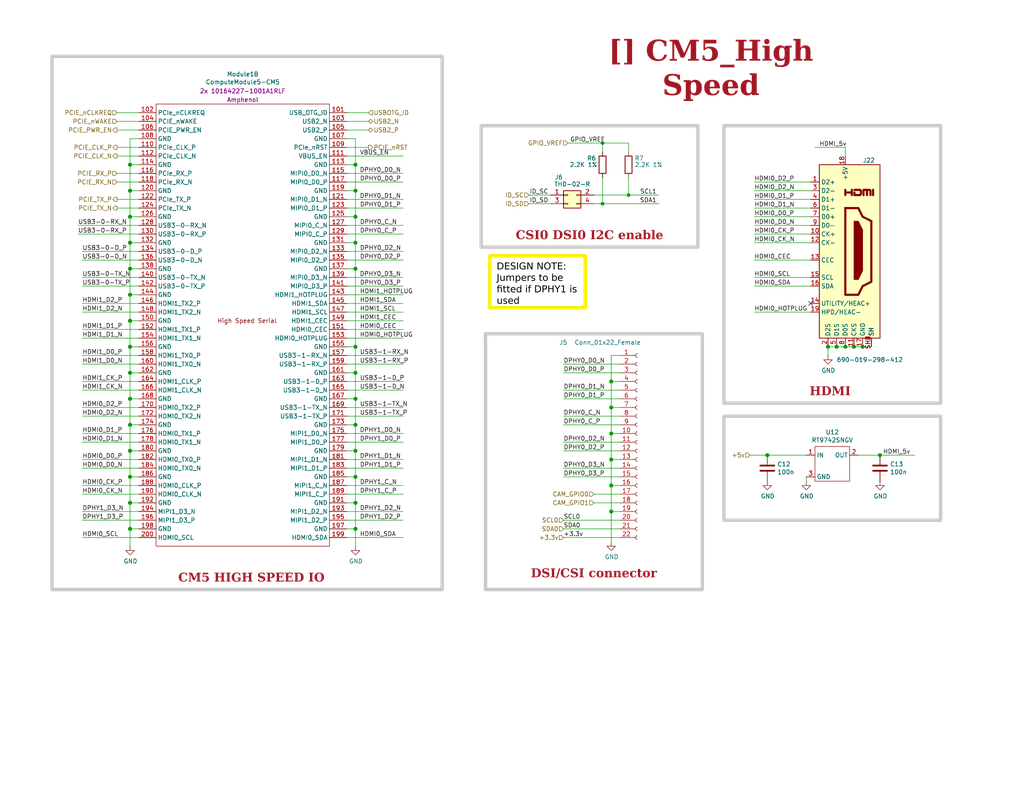
<source format=kicad_sch>
(kicad_sch (version 20250114) (generator "eeschema") (generator_version "9.0")
  (paper "User" 300 230)
  (title_block (title "Sheet Title A") (date "Last Modified Date") (rev "${REVISION}") (company "${COMPANY}"))
  (lib_symbols
    (symbol "CM5IO:ComputeModule5-CM5"
      (property "Reference" "Module" (at 113.03 -68.58 0))
      (property "Value" "ComputeModule5-CM5" (at 140.97 2.54 0))
      (property "Field4" "Amphenol" (at 0 0 0))
      (property "Field5" "2x 10164227-1001A1RLF" (at 0 -2.54 0))
      (symbol "ComputeModule5-CM5_1_0"
        (text "GPIO" (at 0 6.35 0) (effects (font (size 1.27 1.27))))
      )
      (symbol "ComputeModule5-CM5_1_1"
        (text "600mA Max" (at -8.89 -48.26 0) (effects (font (size 1.27 1.27))))
        (text "600mA Max" (at -8.89 -53.34 0) (effects (font (size 1.27 1.27))))
        (text "NB SD signals are only available" (at -1.27 -27.94 0) (effects (font (size 1.27 1.27))))
        (text "on modules without eMMC" (at -1.27 -30.48 0) (effects (font (size 1.27 1.27))))
        (pin power_in line (at -33.02 55.88 0) (length 2.54) (name "GND") (number "2"))
        (pin passive line (at -33.02 53.34 0) (length 2.54) (name "Ethernet_Pair1_P") (number "4"))
        (pin passive line (at -33.02 50.8 0) (length 2.54) (name "Ethernet_Pair1_N") (number "6"))
        (pin power_in line (at -33.02 48.26 0) (length 2.54) (name "GND") (number "8"))
        (pin passive line (at -33.02 45.72 0) (length 2.54) (name "Ethernet_Pair0_N") (number "10"))
        (pin passive line (at -33.02 43.18 0) (length 2.54) (name "Ethernet_Pair0_P") (number "12"))
        (pin power_in line (at -33.02 40.64 0) (length 2.54) (name "GND") (number "14"))
        (pin input line (at -33.02 38.1 0) (length 2.54) (name "FAN_TACHO") (number "16"))
        (pin input line (at -33.02 35.56 0) (length 2.54) (name "Ethernet_SYNC_OUT(3.3v)") (number "18"))
        (pin passive line (at -33.02 33.02 0) (length 2.54) (name "EEPROM_nWP") (number "20"))
        (pin power_in line (at -33.02 30.48 0) (length 2.54) (name "GND") (number "22"))
        (pin passive line (at -33.02 27.94 0) (length 2.54) (name "GPIO26") (number "24"))
        (pin passive line (at -33.02 25.4 0) (length 2.54) (name "GPIO19") (number "26"))
        (pin passive line (at -33.02 22.86 0) (length 2.54) (name "GPIO13") (number "28"))
        (pin passive line (at -33.02 20.32 0) (length 2.54) (name "GPIO6") (number "30"))
        (pin power_in line (at -33.02 17.78 0) (length 2.54) (name "GND") (number "32"))
        (pin passive line (at -33.02 15.24 0) (length 2.54) (name "GPIO5") (number "34"))
        (pin passive line (at -33.02 12.7 0) (length 2.54) (name "ID_SD") (number "36"))
        (pin passive line (at -33.02 10.16 0) (length 2.54) (name "GPIO11") (number "38"))
        (pin passive line (at -33.02 7.62 0) (length 2.54) (name "GPIO9") (number "40"))
        (pin power_in line (at -33.02 5.08 0) (length 2.54) (name "GND") (number "42"))
        (pin passive line (at -33.02 2.54 0) (length 2.54) (name "GPIO10") (number "44"))
        (pin passive line (at -33.02 0 0) (length 2.54) (name "GPIO22") (number "46"))
        (pin passive line (at -33.02 -2.54 0) (length 2.54) (name "GPIO27") (number "48"))
        (pin passive line (at -33.02 -5.08 0) (length 2.54) (name "GPIO17") (number "50"))
        (pin power_in line (at -33.02 -7.62 0) (length 2.54) (name "GND") (number "52"))
        (pin passive line (at -33.02 -10.16 0) (length 2.54) (name "GPIO4") (number "54"))
        (pin passive line (at -33.02 -12.7 0) (length 2.54) (name "GPIO3") (number "56"))
        (pin passive line (at -33.02 -15.24 0) (length 2.54) (name "GPIO2") (number "58"))
        (pin power_in line (at -33.02 -17.78 0) (length 2.54) (name "GND") (number "60"))
        (pin passive line (at -33.02 -20.32 0) (length 2.54) (name "SD_CMD") (number "62"))
        (pin passive line (at -33.02 -22.86 0) (length 2.54) (name "SD_DAT5") (number "64"))
        (pin power_in line (at -33.02 -25.4 0) (length 2.54) (name "GND") (number "66"))
        (pin passive line (at -33.02 -27.94 0) (length 2.54) (name "SD_DAT4") (number "68"))
        (pin passive line (at -33.02 -30.48 0) (length 2.54) (name "SD_DAT7") (number "70"))
        (pin passive line (at -33.02 -33.02 0) (length 2.54) (name "SD_DAT6") (number "72"))
        (pin power_in line (at -33.02 -35.56 0) (length 2.54) (name "GND") (number "74"))
        (pin passive line (at -33.02 -38.1 0) (length 2.54) (name "VBAT") (number "76"))
        (pin power_in line (at -33.02 -40.64 0) (length 2.54) (name "GPIO_VREF(1.8v/3.3v_Input)") (number "78"))
        (pin passive line (at -33.02 -43.18 0) (length 2.54) (name "SCL0") (number "80"))
        (pin passive line (at -33.02 -45.72 0) (length 2.54) (name "SDA0") (number "82"))
        (pin power_out line (at -33.02 -48.26 0) (length 2.54) (name "+3.3v_(Output)") (number "84"))
        (pin passive line (at -33.02 -50.8 0) (length 2.54) (name "+3.3v_(Output)") (number "86"))
        (pin power_out line (at -33.02 -53.34 0) (length 2.54) (name "+1.8v_(Output)") (number "88"))
        (pin passive line (at -33.02 -55.88 0) (length 2.54) (name "+1.8v_(Output)") (number "90"))
        (pin passive line (at -33.02 -58.42 0) (length 2.54) (name "PWR_BUT") (number "92"))
        (pin passive line (at -33.02 -60.96 0) (length 2.54) (name "CC1") (number "94"))
        (pin passive line (at -33.02 -63.5 0) (length 2.54) (name "CC2") (number "96"))
        (pin power_in line (at -33.02 -66.04 0) (length 2.54) (name "GND") (number "98"))
        (pin passive line (at -33.02 -68.58 0) (length 2.54) (name "CAM_GPIO1") (number "100"))
        (pin power_in line (at 27.94 55.88 180) (length 2.54) (name "GND") (number "1"))
        (pin passive line (at 27.94 53.34 180) (length 2.54) (name "Ethernet_Pair3_P") (number "3"))
        (pin passive line (at 27.94 50.8 180) (length 2.54) (name "Ethernet_Pair3_N") (number "5"))
        (pin power_in line (at 27.94 48.26 180) (length 2.54) (name "GND") (number "7"))
        (pin passive line (at 27.94 45.72 180) (length 2.54) (name "Ethernet_Pair2_N") (number "9"))
        (pin passive line (at 27.94 43.18 180) (length 2.54) (name "Ethernet_Pair2_P") (number "11"))
        (pin power_in line (at 27.94 40.64 180) (length 2.54) (name "GND") (number "13"))
        (pin output line (at 27.94 38.1 180) (length 2.54) (name "Ethernet_nLED3(3.3v)") (number "15"))
        (pin output line (at 27.94 35.56 180) (length 2.54) (name "Ethernet_nLED2(3.3v)") (number "17"))
        (pin output line (at 27.94 33.02 180) (length 2.54) (name "FAN_PWM") (number "19"))
        (pin open_collector line (at 27.94 30.48 180) (length 2.54) (name "LED_nACT") (number "21"))
        (pin power_in line (at 27.94 27.94 180) (length 2.54) (name "GND") (number "23"))
        (pin passive line (at 27.94 25.4 180) (length 2.54) (name "GPIO21") (number "25"))
        (pin passive line (at 27.94 22.86 180) (length 2.54) (name "GPIO20") (number "27"))
        (pin passive line (at 27.94 20.32 180) (length 2.54) (name "GPIO16") (number "29"))
        (pin passive line (at 27.94 17.78 180) (length 2.54) (name "GPIO12") (number "31"))
        (pin power_in line (at 27.94 15.24 180) (length 2.54) (name "GND") (number "33"))
        (pin passive line (at 27.94 12.7 180) (length 2.54) (name "ID_SC") (number "35"))
        (pin passive line (at 27.94 10.16 180) (length 2.54) (name "GPIO7") (number "37"))
        (pin passive line (at 27.94 7.62 180) (length 2.54) (name "GPIO8") (number "39"))
        (pin passive line (at 27.94 5.08 180) (length 2.54) (name "GPIO25") (number "41"))
        (pin power_in line (at 27.94 2.54 180) (length 2.54) (name "GND") (number "43"))
        (pin passive line (at 27.94 0 180) (length 2.54) (name "GPIO24") (number "45"))
        (pin passive line (at 27.94 -2.54 180) (length 2.54) (name "GPIO23") (number "47"))
        (pin passive line (at 27.94 -5.08 180) (length 2.54) (name "GPIO18") (number "49"))
        (pin passive line (at 27.94 -7.62 180) (length 2.54) (name "GPIO15") (number "51"))
        (pin power_in line (at 27.94 -10.16 180) (length 2.54) (name "GND") (number "53"))
        (pin passive line (at 27.94 -12.7 180) (length 2.54) (name "GPIO14") (number "55"))
        (pin passive line (at 27.94 -15.24 180) (length 2.54) (name "SD_CLK") (number "57"))
        (pin power_in line (at 27.94 -17.78 180) (length 2.54) (name "GND") (number "59"))
        (pin passive line (at 27.94 -20.32 180) (length 2.54) (name "SD_DAT3") (number "61"))
        (pin passive line (at 27.94 -22.86 180) (length 2.54) (name "SD_DAT0") (number "63"))
        (pin power_in line (at 27.94 -25.4 180) (length 2.54) (name "GND") (number "65"))
        (pin passive line (at 27.94 -27.94 180) (length 2.54) (name "SD_DAT1") (number "67"))
        (pin passive line (at 27.94 -30.48 180) (length 2.54) (name "SD_DAT2") (number "69"))
        (pin power_in line (at 27.94 -33.02 180) (length 2.54) (name "GND") (number "71"))
        (pin input line (at 27.94 -35.56 180) (length 2.54) (name "SD_VDD_Override") (number "73"))
        (pin output line (at 27.94 -38.1 180) (length 2.54) (name "SD_PWR_ON") (number "75"))
        (pin power_in line (at 27.94 -40.64 180) (length 2.54) (name "+5v_(Input)") (number "77"))
        (pin power_in line (at 27.94 -43.18 180) (length 2.54) (name "+5v_(Input)") (number "79"))
        (pin power_in line (at 27.94 -45.72 180) (length 2.54) (name "+5v_(Input)") (number "81"))
        (pin power_in line (at 27.94 -48.26 180) (length 2.54) (name "+5v_(Input)") (number "83"))
        (pin power_in line (at 27.94 -50.8 180) (length 2.54) (name "+5v_(Input)") (number "85"))
        (pin power_in line (at 27.94 -53.34 180) (length 2.54) (name "+5v_(Input)") (number "87"))
        (pin input line (at 27.94 -55.88 180) (length 2.54) (name "WiFi_nDisable") (number "89"))
        (pin input line (at 27.94 -58.42 180) (length 2.54) (name "BT_nDisable") (number "91"))
        (pin input line (at 27.94 -60.96 180) (length 2.54) (name "nRPIBOOT") (number "93"))
        (pin output line (at 27.94 -63.5 180) (length 2.54) (name "LED_nPWR") (number "95"))
        (pin passive line (at 27.94 -66.04 180) (length 2.54) (name "CAM_GPIO0") (number "97"))
        (pin input line (at 27.94 -68.58 180) (length 2.54) (name "PMIC_ENABLE") (number "99"))
      )
      (symbol "ComputeModule5-CM5_2_1"
        (text "High Speed Serial" (at 140.97 0 0) (effects (font (size 1.27 1.27))))
        (pin input line (at 109.22 60.96 0) (length 5.08) (name "PCIe_nCLKREQ") (number "102"))
        (pin input line (at 109.22 58.42 0) (length 5.08) (name "PCIE_nWAKE") (number "104"))
        (pin output line (at 109.22 55.88 0) (length 5.08) (name "PCIE_PWR_EN") (number "106"))
        (pin power_in line (at 109.22 53.34 0) (length 5.08) (name "GND") (number "108"))
        (pin output line (at 109.22 50.8 0) (length 5.08) (name "PCIe_CLK_P") (number "110"))
        (pin output line (at 109.22 48.26 0) (length 5.08) (name "PCIe_CLK_N") (number "112"))
        (pin power_in line (at 109.22 45.72 0) (length 5.08) (name "GND") (number "114"))
        (pin input line (at 109.22 43.18 0) (length 5.08) (name "PCIe_RX_P") (number "116"))
        (pin input line (at 109.22 40.64 0) (length 5.08) (name "PCIe_RX_N") (number "118"))
        (pin power_in line (at 109.22 38.1 0) (length 5.08) (name "GND") (number "120"))
        (pin output line (at 109.22 35.56 0) (length 5.08) (name "PCIe_TX_P") (number "122"))
        (pin output line (at 109.22 33.02 0) (length 5.08) (name "PCIe_TX_N") (number "124"))
        (pin power_in line (at 109.22 30.48 0) (length 5.08) (name "GND") (number "126"))
        (pin input line (at 109.22 27.94 0) (length 5.08) (name "USB3-0-RX_N") (number "128"))
        (pin input line (at 109.22 25.4 0) (length 5.08) (name "USB3-0-RX_P") (number "130"))
        (pin power_in line (at 109.22 22.86 0) (length 5.08) (name "GND") (number "132"))
        (pin passive line (at 109.22 20.32 0) (length 5.08) (name "USB3-0-D_P") (number "134"))
        (pin passive line (at 109.22 17.78 0) (length 5.08) (name "USB3-0-D_N") (number "136"))
        (pin power_in line (at 109.22 15.24 0) (length 5.08) (name "GND") (number "138"))
        (pin output line (at 109.22 12.7 0) (length 5.08) (name "USB3-0-TX_N") (number "140"))
        (pin output line (at 109.22 10.16 0) (length 5.08) (name "USB3-0-TX_P") (number "142"))
        (pin power_in line (at 109.22 7.62 0) (length 5.08) (name "GND") (number "144"))
        (pin output line (at 109.22 5.08 0) (length 5.08) (name "HDMI1_TX2_P") (number "146"))
        (pin output line (at 109.22 2.54 0) (length 5.08) (name "HDMI1_TX2_N") (number "148"))
        (pin power_in line (at 109.22 0 0) (length 5.08) (name "GND") (number "150"))
        (pin output line (at 109.22 -2.54 0) (length 5.08) (name "HDMI1_TX1_P") (number "152"))
        (pin output line (at 109.22 -5.08 0) (length 5.08) (name "HDMI1_TX1_N") (number "154"))
        (pin power_in line (at 109.22 -7.62 0) (length 5.08) (name "GND") (number "156"))
        (pin output line (at 109.22 -10.16 0) (length 5.08) (name "HDMI1_TX0_P") (number "158"))
        (pin output line (at 109.22 -12.7 0) (length 5.08) (name "HDMI1_TX0_N") (number "160"))
        (pin power_in line (at 109.22 -15.24 0) (length 5.08) (name "GND") (number "162"))
        (pin output line (at 109.22 -17.78 0) (length 5.08) (name "HDMI1_CLK_P") (number "164"))
        (pin output line (at 109.22 -20.32 0) (length 5.08) (name "HDMI1_CLK_N") (number "166"))
        (pin power_in line (at 109.22 -22.86 0) (length 5.08) (name "GND") (number "168"))
        (pin output line (at 109.22 -25.4 0) (length 5.08) (name "HDMI0_TX2_P") (number "170"))
        (pin output line (at 109.22 -27.94 0) (length 5.08) (name "HDMI0_TX2_N") (number "172"))
        (pin power_in line (at 109.22 -30.48 0) (length 5.08) (name "GND") (number "174"))
        (pin output line (at 109.22 -33.02 0) (length 5.08) (name "HDMI0_TX1_P") (number "176"))
        (pin output line (at 109.22 -35.56 0) (length 5.08) (name "HDMI0_TX1_N") (number "178"))
        (pin power_in line (at 109.22 -38.1 0) (length 5.08) (name "GND") (number "180"))
        (pin output line (at 109.22 -40.64 0) (length 5.08) (name "HDMI0_TX0_P") (number "182"))
        (pin output line (at 109.22 -43.18 0) (length 5.08) (name "HDMI0_TX0_N") (number "184"))
        (pin power_in line (at 109.22 -45.72 0) (length 5.08) (name "GND") (number "186"))
        (pin output line (at 109.22 -48.26 0) (length 5.08) (name "HDMI0_CLK_P") (number "188"))
        (pin output line (at 109.22 -50.8 0) (length 5.08) (name "HDMI0_CLK_N") (number "190"))
        (pin power_in line (at 109.22 -53.34 0) (length 5.08) (name "GND") (number "192"))
        (pin output line (at 109.22 -55.88 0) (length 5.08) (name "MIPI1_D3_N") (number "194"))
        (pin output line (at 109.22 -58.42 0) (length 5.08) (name "MIPI1_D3_P") (number "196"))
        (pin power_in line (at 109.22 -60.96 0) (length 5.08) (name "GND") (number "198"))
        (pin open_collector line (at 109.22 -63.5 0) (length 5.08) (name "HDMI0_SCL") (number "200"))
        (pin input line (at 170.18 60.96 180) (length 5.08) (name "USB_OTG_ID") (number "101"))
        (pin passive line (at 170.18 58.42 180) (length 5.08) (name "USB2_N") (number "103"))
        (pin passive line (at 170.18 55.88 180) (length 5.08) (name "USB2_P") (number "105"))
        (pin power_in line (at 170.18 53.34 180) (length 5.08) (name "GND") (number "107"))
        (pin output line (at 170.18 50.8 180) (length 5.08) (name "PCIe_nRST") (number "109"))
        (pin output line (at 170.18 48.26 180) (length 5.08) (name "VBUS_EN") (number "111"))
        (pin power_in line (at 170.18 45.72 180) (length 5.08) (name "GND") (number "113"))
        (pin input line (at 170.18 43.18 180) (length 5.08) (name "MIPI0_D0_N") (number "115"))
        (pin input line (at 170.18 40.64 180) (length 5.08) (name "MIPI0_D0_P") (number "117"))
        (pin power_in line (at 170.18 38.1 180) (length 5.08) (name "GND") (number "119"))
        (pin input line (at 170.18 35.56 180) (length 5.08) (name "MIPI0_D1_N") (number "121"))
        (pin input line (at 170.18 33.02 180) (length 5.08) (name "MIPI0_D1_P") (number "123"))
        (pin power_in line (at 170.18 30.48 180) (length 5.08) (name "GND") (number "125"))
        (pin input line (at 170.18 27.94 180) (length 5.08) (name "MIPI0_C_N") (number "127"))
        (pin input line (at 170.18 25.4 180) (length 5.08) (name "MIPI0_C_P") (number "129"))
        (pin power_in line (at 170.18 22.86 180) (length 5.08) (name "GND") (number "131"))
        (pin input line (at 170.18 20.32 180) (length 5.08) (name "MIPI0_D2_N") (number "133"))
        (pin input line (at 170.18 17.78 180) (length 5.08) (name "MIPI0_D2_P") (number "135"))
        (pin power_in line (at 170.18 15.24 180) (length 5.08) (name "GND") (number "137"))
        (pin input line (at 170.18 12.7 180) (length 5.08) (name "MIPI0_D3_N") (number "139"))
        (pin input line (at 170.18 10.16 180) (length 5.08) (name "MIPI0_D3_P") (number "141"))
        (pin input line (at 170.18 7.62 180) (length 5.08) (name "HDMI1_HOTPLUG") (number "143"))
        (pin bidirectional line (at 170.18 5.08 180) (length 5.08) (name "HDMI1_SDA") (number "145"))
        (pin open_collector line (at 170.18 2.54 180) (length 5.08) (name "HDMI1_SCL") (number "147"))
        (pin open_collector line (at 170.18 0 180) (length 5.08) (name "HDMI1_CEC") (number "149"))
        (pin open_collector line (at 170.18 -2.54 180) (length 5.08) (name "HDMI0_CEC") (number "151"))
        (pin input line (at 170.18 -5.08 180) (length 5.08) (name "HDMI0_HOTPLUG") (number "153"))
        (pin power_in line (at 170.18 -7.62 180) (length 5.08) (name "GND") (number "155"))
        (pin input line (at 170.18 -10.16 180) (length 5.08) (name "USB3-1-RX_N") (number "157"))
        (pin input line (at 170.18 -12.7 180) (length 5.08) (name "USB3-1-RX_P") (number "159"))
        (pin power_in line (at 170.18 -15.24 180) (length 5.08) (name "GND") (number "161"))
        (pin passive line (at 170.18 -17.78 180) (length 5.08) (name "USB3-1-D_P") (number "163"))
        (pin passive line (at 170.18 -20.32 180) (length 5.08) (name "USB3-1-D_N") (number "165"))
        (pin power_in line (at 170.18 -22.86 180) (length 5.08) (name "GND") (number "167"))
        (pin output line (at 170.18 -25.4 180) (length 5.08) (name "USB3-1-TX_N") (number "169"))
        (pin output line (at 170.18 -27.94 180) (length 5.08) (name "USB3-1-TX_P") (number "171"))
        (pin power_in line (at 170.18 -30.48 180) (length 5.08) (name "GND") (number "173"))
        (pin output line (at 170.18 -33.02 180) (length 5.08) (name "MIPI1_D0_N") (number "175"))
        (pin output line (at 170.18 -35.56 180) (length 5.08) (name "MIPI1_D0_P") (number "177"))
        (pin power_in line (at 170.18 -38.1 180) (length 5.08) (name "GND") (number "179"))
        (pin output line (at 170.18 -40.64 180) (length 5.08) (name "MIPI1_D1_N") (number "181"))
        (pin output line (at 170.18 -43.18 180) (length 5.08) (name "MIPI1_D1_P") (number "183"))
        (pin power_in line (at 170.18 -45.72 180) (length 5.08) (name "GND") (number "185"))
        (pin output line (at 170.18 -48.26 180) (length 5.08) (name "MIPI1_C_N") (number "187"))
        (pin output line (at 170.18 -50.8 180) (length 5.08) (name "MIPI1_C_P") (number "189"))
        (pin power_in line (at 170.18 -53.34 180) (length 5.08) (name "GND") (number "191"))
        (pin output line (at 170.18 -55.88 180) (length 5.08) (name "MIPI1_D2_N") (number "193"))
        (pin output line (at 170.18 -58.42 180) (length 5.08) (name "MIPI1_D2_P") (number "195"))
        (pin power_in line (at 170.18 -60.96 180) (length 5.08) (name "GND") (number "197"))
        (pin bidirectional line (at 170.18 -63.5 180) (length 5.08) (name "HDMI0_SDA") (number "199"))
      )
    )
    (symbol "CM5IO:HDMI_A_1.4"
      (property "Reference" "J" (at -6.35 26.67 0))
      (property "Value" "HDMI_A_1.4" (at 10.16 26.67 0))
      (symbol "HDMI_A_1.4_0_0"
        (pin passive line (at 7.62 -27.94 90) (length 2.54) (name "SH") (number "SH2"))
        (pin passive line (at 7.62 -27.94 90) (length 2.54) (name "SH") (number "SH3"))
        (pin passive line (at 7.62 -27.94 90) (length 2.54) (name "SH") (number "SH4"))
      )
      (symbol "HDMI_A_1.4_1_1"
        (pin passive line (at -10.16 20.32 0) (length 2.54) (name "D2+") (number "1"))
        (pin passive line (at -10.16 17.78 0) (length 2.54) (name "D2-") (number "3"))
        (pin passive line (at -10.16 15.24 0) (length 2.54) (name "D1+") (number "4"))
        (pin passive line (at -10.16 12.7 0) (length 2.54) (name "D1-") (number "6"))
        (pin passive line (at -10.16 10.16 0) (length 2.54) (name "D0+") (number "7"))
        (pin passive line (at -10.16 7.62 0) (length 2.54) (name "D0-") (number "9"))
        (pin passive line (at -10.16 5.08 0) (length 2.54) (name "CK+") (number "10"))
        (pin passive line (at -10.16 2.54 0) (length 2.54) (name "CK-") (number "12"))
        (pin bidirectional line (at -10.16 -2.54 0) (length 2.54) (name "CEC") (number "13"))
        (pin passive line (at -10.16 -7.62 0) (length 2.54) (name "SCL") (number "15"))
        (pin bidirectional line (at -10.16 -10.16 0) (length 2.54) (name "SDA") (number "16"))
        (pin passive line (at -10.16 -15.24 0) (length 2.54) (name "UTILITY/HEAC+") (number "14"))
        (pin passive line (at -10.16 -17.78 0) (length 2.54) (name "HPD/HEAC-") (number "19"))
        (pin power_in line (at -5.08 -27.94 90) (length 2.54) (name "D2S") (number "2"))
        (pin power_in line (at -2.54 -27.94 90) (length 2.54) (name "D1S") (number "5"))
        (pin power_in line (at 0 27.94 270) (length 2.54) (name "+5V") (number "18"))
        (pin power_in line (at 0 -27.94 90) (length 2.54) (name "D0S") (number "8"))
        (pin power_in line (at 2.54 -27.94 90) (length 2.54) (name "CKS") (number "11"))
        (pin power_in line (at 5.08 -27.94 90) (length 2.54) (name "GND") (number "17"))
        (pin passive line (at 7.62 -27.94 90) (length 2.54) (name "SH") (number "SH1"))
      )
    )
    (symbol "CM5IO:RT9742SNGV"
      (property "Reference" "U" (at -2.54 7.62 0))
      (property "Value" "RT9742SNGV" (at 3.81 -5.08 0))
      (symbol "RT9742SNGV_1_1"
        (pin power_in line (at -5.08 3.81 0) (length 2.54) (name "IN") (number "1"))
        (pin power_in line (at -5.08 -2.54 0) (length 2.54) (name "GND") (number "3"))
        (pin power_out line (at 10.16 3.81 180) (length 2.54) (name "OUT") (number "2"))
      )
    )
    (symbol "Connector:Conn_01x22_Socket" (pin_names (offset 1.016) (hide yes))
      (property "Reference" "J" (at 0 27.94 0))
      (property "Value" "Conn_01x22_Socket" (at 0 -30.48 0))
      (symbol "Conn_01x22_Socket_1_1"
        (pin passive line (at -5.08 25.4 0) (length 3.81) (name "Pin_1") (number "1"))
        (pin passive line (at -5.08 22.86 0) (length 3.81) (name "Pin_2") (number "2"))
        (pin passive line (at -5.08 20.32 0) (length 3.81) (name "Pin_3") (number "3"))
        (pin passive line (at -5.08 17.78 0) (length 3.81) (name "Pin_4") (number "4"))
        (pin passive line (at -5.08 15.24 0) (length 3.81) (name "Pin_5") (number "5"))
        (pin passive line (at -5.08 12.7 0) (length 3.81) (name "Pin_6") (number "6"))
        (pin passive line (at -5.08 10.16 0) (length 3.81) (name "Pin_7") (number "7"))
        (pin passive line (at -5.08 7.62 0) (length 3.81) (name "Pin_8") (number "8"))
        (pin passive line (at -5.08 5.08 0) (length 3.81) (name "Pin_9") (number "9"))
        (pin passive line (at -5.08 2.54 0) (length 3.81) (name "Pin_10") (number "10"))
        (pin passive line (at -5.08 0 0) (length 3.81) (name "Pin_11") (number "11"))
        (pin passive line (at -5.08 -2.54 0) (length 3.81) (name "Pin_12") (number "12"))
        (pin passive line (at -5.08 -5.08 0) (length 3.81) (name "Pin_13") (number "13"))
        (pin passive line (at -5.08 -7.62 0) (length 3.81) (name "Pin_14") (number "14"))
        (pin passive line (at -5.08 -10.16 0) (length 3.81) (name "Pin_15") (number "15"))
        (pin passive line (at -5.08 -12.7 0) (length 3.81) (name "Pin_16") (number "16"))
        (pin passive line (at -5.08 -15.24 0) (length 3.81) (name "Pin_17") (number "17"))
        (pin passive line (at -5.08 -17.78 0) (length 3.81) (name "Pin_18") (number "18"))
        (pin passive line (at -5.08 -20.32 0) (length 3.81) (name "Pin_19") (number "19"))
        (pin passive line (at -5.08 -22.86 0) (length 3.81) (name "Pin_20") (number "20"))
        (pin passive line (at -5.08 -25.4 0) (length 3.81) (name "Pin_21") (number "21"))
        (pin passive line (at -5.08 -27.94 0) (length 3.81) (name "Pin_22") (number "22"))
      )
    )
    (symbol "Connector_Generic:Conn_02x02_Odd_Even" (pin_names (offset 1.016) (hide yes))
      (property "Reference" "J" (at 1.27 2.54 0))
      (property "Value" "Conn_02x02_Odd_Even" (at 1.27 -5.08 0))
      (symbol "Conn_02x02_Odd_Even_1_1"
        (pin passive line (at -5.08 0 0) (length 3.81) (name "Pin_1") (number "1"))
        (pin passive line (at -5.08 -2.54 0) (length 3.81) (name "Pin_3") (number "3"))
        (pin passive line (at 7.62 0 180) (length 3.81) (name "Pin_2") (number "2"))
        (pin passive line (at 7.62 -2.54 180) (length 3.81) (name "Pin_4") (number "4"))
      )
    )
    (symbol "Device:C" (pin_numbers (hide yes)) (pin_names (offset 0.254))
      (property "Reference" "C" (at 0.635 2.54 0))
      (property "Value" "C" (at 0.635 -2.54 0))
      (symbol "C_1_1"
        (pin passive line (at 0 3.81 270) (length 2.794) (name "~") (number "1"))
        (pin passive line (at 0 -3.81 90) (length 2.794) (name "~") (number "2"))
      )
    )
    (symbol "Device:R" (pin_numbers (hide yes)) (pin_names (offset 0))
      (property "Reference" "R" (at 2.032 0 90))
      (property "Value" "R" (at 0 0 90))
      (symbol "R_1_1"
        (pin passive line (at 0 3.81 270) (length 1.27) (name "~") (number "1"))
        (pin passive line (at 0 -3.81 90) (length 1.27) (name "~") (number "2"))
      )
    )
    (symbol "power:GND" (power) (pin_numbers (hide yes)) (pin_names (offset 0) (hide yes))
      (property "Value" "GND" (at 0 -3.81 0))
      (symbol "GND_1_1"
        (pin power_in line (at 0 0 270) (length 0) (name "~") (number "1"))
      )
    )
  )
  (rectangle (start 142.24 97.79) (end 205.74 172.72) (stroke (width 1) (color 200 200 200 1)))
  (rectangle (start 140.97 36.83) (end 204.47 72.39) (stroke (width 1) (color 200 200 200 1)))
  (rectangle (start 212.09 121.92) (end 275.59 152.4) (stroke (width 1) (color 200 200 200 1)))
  (rectangle (start 212.09 36.83) (end 275.59 118.11) (stroke (width 1) (color 200 200 200 1)))
  (rectangle (start 15.24 16.51) (end 129.54 172.72) (stroke (width 1) (color 200 200 200 1)))
  (text_box "DESIGN NOTE:\nJumpers to be fitted if DPHY1 is used\n" (at 143.51 74.93 0) (size 27.94 15.24) (margins 2 2 2 2) (stroke (width 1) (color 250 236 0 1)) (effects (font (size 2 2)) (justify left top)))
  (text_box "CSI0 DSI0 I2C enable" (at 142.24 64.77 0) (size 60.96 7.62) (margins 1.9049 1.9049 1.9049 1.9049) (stroke (width -0.0001)) (effects (font (size 2.54 2.54) (thickness 0.508) (bold yes)) (justify bottom)))
  (text_box "[${#}] CM5_High Speed" (at 162.56 13.97 0) (size 91.44 12.7) (margins 4.4999 4.4999 4.4999 4.4999) (stroke (width -0.0001)) (effects (font (size 6 6) (thickness 1.2) (bold yes))))
  (text_box "CM5 HIGH SPEED IO" (at -21.59 165.1 0) (size 190.5 7.62) (margins 1.9049 1.9049 1.9049 1.9049) (stroke (width -0.0001)) (effects (font (size 2.54 2.54) (thickness 0.508) (bold yes)) (justify bottom)))
  (text_box "DSI/CSI connector" (at 143.51 163.83 0) (size 60.96 7.62) (margins 1.9049 1.9049 1.9049 1.9049) (stroke (width -0.0001)) (effects (font (size 2.54 2.54) (thickness 0.508) (bold yes)) (justify bottom)))
  (text_box "HDMI" (at 228.6 110.49 0) (size 29.21 7.62) (margins 1.9049 1.9049 1.9049 1.9049) (stroke (width -0.0001)) (effects (font (size 2.54 2.54) (thickness 0.508) (bold yes)) (justify bottom)))
  (junction (at 252.73 101.6) (diameter 1.016))
  (junction (at 104.14 63.5) (diameter 1.016))
  (junction (at 179.07 142.24) (diameter 1.016))
  (junction (at 104.14 78.74) (diameter 1.016))
  (junction (at 104.14 71.12) (diameter 1.016))
  (junction (at 104.14 139.7) (diameter 1.016))
  (junction (at 38.1 132.08) (diameter 1.016))
  (junction (at 38.1 48.26) (diameter 1.016))
  (junction (at 38.1 116.84) (diameter 1.016))
  (junction (at 38.1 147.32) (diameter 1.016))
  (junction (at 247.65 101.6) (diameter 1.016))
  (junction (at 104.14 147.32) (diameter 1.016))
  (junction (at 184.15 57.15))
  (junction (at 38.1 55.88) (diameter 1.016))
  (junction (at 104.14 124.46) (diameter 1.016))
  (junction (at 38.1 86.36) (diameter 1.016))
  (junction (at 179.07 127) (diameter 1.016))
  (junction (at 38.1 93.98) (diameter 1.016))
  (junction (at 179.07 149.86) (diameter 1.016))
  (junction (at 104.14 48.26) (diameter 1.016))
  (junction (at 104.14 55.88) (diameter 1.016))
  (junction (at 104.14 116.84) (diameter 1.016))
  (junction (at 38.1 101.6) (diameter 1.016))
  (junction (at 176.53 41.91))
  (junction (at 179.07 134.62) (diameter 1.016))
  (junction (at 242.57 101.6) (diameter 1.016))
  (junction (at 38.1 78.74) (diameter 1.016))
  (junction (at 179.07 119.38) (diameter 1.016))
  (junction (at 104.14 109.22) (diameter 1.016))
  (junction (at 179.07 111.76) (diameter 1.016))
  (junction (at 245.11 101.6) (diameter 1.016))
  (junction (at 38.1 109.22) (diameter 1.016))
  (junction (at 38.1 154.94) (diameter 1.016))
  (junction (at 224.79 133.35) (diameter 1.016))
  (junction (at 104.14 101.6) (diameter 1.016))
  (junction (at 38.1 124.46) (diameter 1.016))
  (junction (at 38.1 71.12) (diameter 1.016))
  (junction (at 176.53 59.69))
  (junction (at 38.1 63.5) (diameter 1.016))
  (junction (at 257.81 133.35) (diameter 1.016))
  (junction (at 104.14 132.08) (diameter 1.016))
  (junction (at 38.1 139.7) (diameter 1.016))
  (junction (at 104.14 154.94) (diameter 1.016))
  (junction (at 250.19 101.6) (diameter 1.016))
  (no_connect (at 237.49 88.9))
  (wire (pts (xy 101.6 71.12) (xy 104.14 71.12)))
  (wire (pts (xy 38.1 93.98) (xy 38.1 101.6)))
  (wire (pts (xy 184.15 41.91) (xy 184.15 44.45)))
  (wire (pts (xy 179.07 111.76) (xy 181.61 111.76)))
  (wire (pts (xy 179.07 142.24) (xy 179.07 149.86)))
  (wire (pts (xy 184.15 52.07) (xy 184.15 57.15)))
  (wire (pts (xy 165.1 124.46) (xy 181.61 124.46)))
  (wire (pts (xy 101.6 132.08) (xy 104.14 132.08)))
  (wire (pts (xy 24.13 76.2) (xy 40.64 76.2)))
  (wire (pts (xy 24.13 121.92) (xy 40.64 121.92)))
  (wire (pts (xy 24.13 88.9) (xy 40.64 88.9)))
  (wire (pts (xy 101.6 99.06) (xy 118.11 99.06)))
  (wire (pts (xy 176.53 59.69) (xy 193.04 59.69)))
  (wire (pts (xy 101.6 142.24) (xy 118.11 142.24)))
  (wire (pts (xy 101.6 73.66) (xy 118.11 73.66)))
  (wire (pts (xy 104.14 132.08) (xy 104.14 139.7)))
  (wire (pts (xy 38.1 55.88) (xy 40.64 55.88)))
  (wire (pts (xy 101.6 68.58) (xy 118.11 68.58)))
  (wire (pts (xy 165.1 106.68) (xy 181.61 106.68)))
  (wire (pts (xy 24.13 137.16) (xy 40.64 137.16)))
  (wire (pts (xy 179.07 134.62) (xy 179.07 142.24)))
  (wire (pts (xy 34.29 33.02) (xy 40.64 33.02)))
  (wire (pts (xy 101.6 55.88) (xy 104.14 55.88)))
  (wire (pts (xy 101.6 43.18) (xy 107.95 43.18)))
  (wire (pts (xy 220.98 60.96) (xy 237.49 60.96)))
  (wire (pts (xy 24.13 91.44) (xy 40.64 91.44)))
  (wire (pts (xy 220.98 58.42) (xy 237.49 58.42)))
  (wire (pts (xy 38.1 86.36) (xy 40.64 86.36)))
  (wire (pts (xy 101.6 88.9) (xy 118.11 88.9)))
  (wire (pts (xy 101.6 124.46) (xy 104.14 124.46)))
  (wire (pts (xy 247.65 101.6) (xy 250.19 101.6)))
  (wire (pts (xy 38.1 40.64) (xy 38.1 48.26)))
  (wire (pts (xy 104.14 139.7) (xy 104.14 147.32)))
  (wire (pts (xy 38.1 48.26) (xy 40.64 48.26)))
  (wire (pts (xy 38.1 63.5) (xy 38.1 71.12)))
  (wire (pts (xy 24.13 157.48) (xy 40.64 157.48)))
  (wire (pts (xy 38.1 109.22) (xy 40.64 109.22)))
  (wire (pts (xy 101.6 157.48) (xy 118.11 157.48)))
  (wire (pts (xy 104.14 124.46) (xy 104.14 132.08)))
  (wire (pts (xy 38.1 93.98) (xy 40.64 93.98)))
  (wire (pts (xy 40.64 50.8) (xy 34.29 50.8)))
  (wire (pts (xy 104.14 71.12) (xy 104.14 63.5)))
  (wire (pts (xy 101.6 76.2) (xy 118.11 76.2)))
  (wire (pts (xy 236.22 139.7) (xy 236.22 140.97)))
  (wire (pts (xy 101.6 63.5) (xy 104.14 63.5)))
  (wire (pts (xy 101.6 114.3) (xy 118.11 114.3)))
  (wire (pts (xy 38.1 132.08) (xy 40.64 132.08)))
  (wire (pts (xy 101.6 104.14) (xy 118.11 104.14)))
  (wire (pts (xy 101.6 66.04) (xy 118.11 66.04)))
  (wire (pts (xy 101.6 121.92) (xy 118.11 121.92)))
  (wire (pts (xy 104.14 109.22) (xy 104.14 116.84)))
  (wire (pts (xy 181.61 157.48) (xy 165.1 157.48)))
  (wire (pts (xy 101.6 81.28) (xy 118.11 81.28)))
  (wire (pts (xy 38.1 101.6) (xy 40.64 101.6)))
  (wire (pts (xy 38.1 78.74) (xy 38.1 86.36)))
  (wire (pts (xy 101.6 60.96) (xy 118.11 60.96)))
  (wire (pts (xy 165.1 132.08) (xy 181.61 132.08)))
  (wire (pts (xy 104.14 48.26) (xy 104.14 40.64)))
  (wire (pts (xy 101.6 91.44) (xy 118.11 91.44)))
  (wire (pts (xy 179.07 149.86) (xy 181.61 149.86)))
  (wire (pts (xy 101.6 119.38) (xy 118.11 119.38)))
  (wire (pts (xy 38.1 132.08) (xy 38.1 139.7)))
  (wire (pts (xy 166.37 41.91) (xy 176.53 41.91)))
  (wire (pts (xy 165.1 109.22) (xy 181.61 109.22)))
  (wire (pts (xy 165.1 129.54) (xy 181.61 129.54)))
  (wire (pts (xy 24.13 99.06) (xy 40.64 99.06)))
  (wire (pts (xy 220.98 91.44) (xy 237.49 91.44)))
  (wire (pts (xy 154.94 59.69) (xy 161.29 59.69)))
  (wire (pts (xy 104.14 101.6) (xy 104.14 109.22)))
  (wire (pts (xy 179.07 119.38) (xy 179.07 127)))
  (wire (pts (xy 224.79 133.35) (xy 236.22 133.35)))
  (wire (pts (xy 101.6 86.36) (xy 118.11 86.36)))
  (wire (pts (xy 101.6 45.72) (xy 118.11 45.72)))
  (wire (pts (xy 38.1 101.6) (xy 38.1 109.22)))
  (wire (pts (xy 176.53 52.07) (xy 176.53 59.69)))
  (wire (pts (xy 24.13 111.76) (xy 40.64 111.76)))
  (wire (pts (xy 179.07 104.14) (xy 179.07 111.76)))
  (wire (pts (xy 101.6 149.86) (xy 118.11 149.86)))
  (wire (pts (xy 34.29 60.96) (xy 40.64 60.96)))
  (wire (pts (xy 101.6 127) (xy 118.11 127)))
  (wire (pts (xy 101.6 50.8) (xy 118.11 50.8)))
  (wire (pts (xy 34.29 45.72) (xy 40.64 45.72)))
  (wire (pts (xy 242.57 101.6) (xy 245.11 101.6)))
  (wire (pts (xy 101.6 139.7) (xy 104.14 139.7)))
  (wire (pts (xy 38.1 154.94) (xy 38.1 160.02)))
  (wire (pts (xy 104.14 154.94) (xy 104.14 160.02)))
  (wire (pts (xy 101.6 144.78) (xy 118.11 144.78)))
  (wire (pts (xy 251.46 133.35) (xy 257.81 133.35)))
  (wire (pts (xy 165.1 139.7) (xy 181.61 139.7)))
  (wire (pts (xy 38.1 116.84) (xy 40.64 116.84)))
  (wire (pts (xy 219.71 133.35) (xy 224.79 133.35)))
  (wire (pts (xy 38.1 63.5) (xy 40.64 63.5)))
  (wire (pts (xy 220.98 81.28) (xy 237.49 81.28)))
  (wire (pts (xy 34.29 58.42) (xy 40.64 58.42)))
  (wire (pts (xy 24.13 96.52) (xy 40.64 96.52)))
  (wire (pts (xy 220.98 55.88) (xy 237.49 55.88)))
  (wire (pts (xy 181.61 152.4) (xy 165.1 152.4)))
  (wire (pts (xy 245.11 101.6) (xy 247.65 101.6)))
  (wire (pts (xy 40.64 53.34) (xy 34.29 53.34)))
  (wire (pts (xy 176.53 41.91) (xy 184.15 41.91)))
  (wire (pts (xy 24.13 104.14) (xy 40.64 104.14)))
  (wire (pts (xy 101.6 152.4) (xy 118.11 152.4)))
  (wire (pts (xy 104.14 63.5) (xy 104.14 55.88)))
  (wire (pts (xy 257.81 133.35) (xy 267.97 133.35)))
  (wire (pts (xy 242.57 101.6) (xy 242.57 104.14)))
  (wire (pts (xy 38.1 109.22) (xy 38.1 116.84)))
  (wire (pts (xy 238.76 43.18) (xy 247.65 43.18)))
  (wire (pts (xy 101.6 38.1) (xy 107.95 38.1)))
  (wire (pts (xy 220.98 83.82) (xy 237.49 83.82)))
  (wire (pts (xy 24.13 73.66) (xy 40.64 73.66)))
  (wire (pts (xy 173.99 59.69) (xy 176.53 59.69)))
  (wire (pts (xy 179.07 142.24) (xy 181.61 142.24)))
  (wire (pts (xy 38.1 116.84) (xy 38.1 124.46)))
  (wire (pts (xy 24.13 134.62) (xy 40.64 134.62)))
  (wire (pts (xy 165.1 116.84) (xy 181.61 116.84)))
  (wire (pts (xy 101.6 35.56) (xy 107.95 35.56)))
  (wire (pts (xy 24.13 127) (xy 40.64 127)))
  (wire (pts (xy 104.14 40.64) (xy 101.6 40.64)))
  (wire (pts (xy 101.6 93.98) (xy 118.11 93.98)))
  (wire (pts (xy 181.61 104.14) (xy 179.07 104.14)))
  (wire (pts (xy 179.07 127) (xy 179.07 134.62)))
  (wire (pts (xy 101.6 116.84) (xy 104.14 116.84)))
  (wire (pts (xy 118.11 106.68) (xy 101.6 106.68)))
  (wire (pts (xy 101.6 83.82) (xy 118.11 83.82)))
  (wire (pts (xy 101.6 147.32) (xy 104.14 147.32)))
  (wire (pts (xy 101.6 109.22) (xy 104.14 109.22)))
  (wire (pts (xy 104.14 78.74) (xy 104.14 101.6)))
  (wire (pts (xy 104.14 147.32) (xy 104.14 154.94)))
  (wire (pts (xy 101.6 137.16) (xy 118.11 137.16)))
  (wire (pts (xy 24.13 81.28) (xy 40.64 81.28)))
  (wire (pts (xy 173.99 147.32) (xy 181.61 147.32)))
  (wire (pts (xy 104.14 116.84) (xy 104.14 124.46)))
  (wire (pts (xy 220.98 66.04) (xy 237.49 66.04)))
  (wire (pts (xy 40.64 114.3) (xy 24.13 114.3)))
  (wire (pts (xy 34.29 43.18) (xy 40.64 43.18)))
  (wire (pts (xy 252.73 101.6) (xy 255.27 101.6)))
  (wire (pts (xy 22.86 68.58) (xy 40.64 68.58)))
  (wire (pts (xy 179.07 111.76) (xy 179.07 119.38)))
  (wire (pts (xy 34.29 35.56) (xy 40.64 35.56)))
  (wire (pts (xy 24.13 106.68) (xy 40.64 106.68)))
  (wire (pts (xy 179.07 149.86) (xy 179.07 158.75)))
  (wire (pts (xy 24.13 129.54) (xy 40.64 129.54)))
  (wire (pts (xy 38.1 71.12) (xy 40.64 71.12)))
  (wire (pts (xy 101.6 111.76) (xy 118.11 111.76)))
  (wire (pts (xy 179.07 134.62) (xy 181.61 134.62)))
  (wire (pts (xy 38.1 139.7) (xy 40.64 139.7)))
  (wire (pts (xy 104.14 55.88) (xy 104.14 48.26)))
  (wire (pts (xy 101.6 154.94) (xy 104.14 154.94)))
  (wire (pts (xy 40.64 147.32) (xy 38.1 147.32)))
  (wire (pts (xy 101.6 58.42) (xy 118.11 58.42)))
  (wire (pts (xy 38.1 147.32) (xy 38.1 154.94)))
  (wire (pts (xy 101.6 96.52) (xy 118.11 96.52)))
  (wire (pts (xy 38.1 124.46) (xy 38.1 132.08)))
  (wire (pts (xy 173.99 57.15) (xy 184.15 57.15)))
  (wire (pts (xy 34.29 38.1) (xy 40.64 38.1)))
  (wire (pts (xy 179.07 127) (xy 181.61 127)))
  (wire (pts (xy 24.13 149.86) (xy 40.64 149.86)))
  (wire (pts (xy 38.1 48.26) (xy 38.1 55.88)))
  (wire (pts (xy 165.1 137.16) (xy 181.61 137.16)))
  (wire (pts (xy 165.1 121.92) (xy 181.61 121.92)))
  (wire (pts (xy 247.65 43.18) (xy 247.65 45.72)))
  (wire (pts (xy 24.13 142.24) (xy 40.64 142.24)))
  (wire (pts (xy 165.1 114.3) (xy 181.61 114.3)))
  (wire (pts (xy 220.98 71.12) (xy 237.49 71.12)))
  (wire (pts (xy 107.95 33.02) (xy 101.6 33.02)))
  (wire (pts (xy 38.1 78.74) (xy 40.64 78.74)))
  (wire (pts (xy 101.6 101.6) (xy 104.14 101.6)))
  (wire (pts (xy 250.19 101.6) (xy 252.73 101.6)))
  (wire (pts (xy 38.1 55.88) (xy 38.1 63.5)))
  (wire (pts (xy 176.53 41.91) (xy 176.53 44.45)))
  (wire (pts (xy 101.6 134.62) (xy 118.11 134.62)))
  (wire (pts (xy 24.13 119.38) (xy 40.64 119.38)))
  (wire (pts (xy 179.07 119.38) (xy 181.61 119.38)))
  (wire (pts (xy 101.6 48.26) (xy 104.14 48.26)))
  (wire (pts (xy 38.1 86.36) (xy 38.1 93.98)))
  (wire (pts (xy 104.14 78.74) (xy 104.14 71.12)))
  (wire (pts (xy 24.13 152.4) (xy 40.64 152.4)))
  (wire (pts (xy 24.13 144.78) (xy 40.64 144.78)))
  (wire (pts (xy 40.64 40.64) (xy 38.1 40.64)))
  (wire (pts (xy 220.98 53.34) (xy 237.49 53.34)))
  (wire (pts (xy 38.1 71.12) (xy 38.1 78.74)))
  (wire (pts (xy 220.98 63.5) (xy 237.49 63.5)))
  (wire (pts (xy 154.94 57.15) (xy 161.29 57.15)))
  (wire (pts (xy 220.98 76.2) (xy 237.49 76.2)))
  (wire (pts (xy 101.6 78.74) (xy 104.14 78.74)))
  (wire (pts (xy 101.6 129.54) (xy 118.11 129.54)))
  (wire (pts (xy 220.98 68.58) (xy 237.49 68.58)))
  (wire (pts (xy 38.1 139.7) (xy 38.1 147.32)))
  (wire (pts (xy 40.64 154.94) (xy 38.1 154.94)))
  (wire (pts (xy 24.13 83.82) (xy 40.64 83.82)))
  (wire (pts (xy 184.15 57.15) (xy 193.04 57.15)))
  (wire (pts (xy 101.6 53.34) (xy 118.11 53.34)))
  (wire (pts (xy 38.1 124.46) (xy 40.64 124.46)))
  (wire (pts (xy 181.61 154.94) (xy 165.1 154.94)))
  (wire (pts (xy 22.86 66.04) (xy 40.64 66.04)))
  (wire (pts (xy 173.99 144.78) (xy 181.61 144.78)))
  (label "HDMI1_CK_P" (at 24.13 111.76 0))
  (label "DPHY1_D0_N" (at 117.475 127 180))
  (label "DPHY0_D1_N" (at 117.475 58.42 180))
  (label "HDMI0_D1_N" (at 24.13 129.54 0))
  (label "SDA1" (at 192.405 59.69 180))
  (label "GPIO_VREF" (at 167.005 41.91 0))
  (label "DPHY1_D3_P" (at 24.13 152.4 0))
  (label "HDMI0_D0_P" (at 24.13 134.62 0))
  (label "USB3-1-D_N" (at 105.41 114.3 0))
  (label "DPHY0_D3_P" (at 165.1 139.7 0))
  (label "HDMI0_D0_N" (at 24.13 137.16 0))
  (label "SCL0" (at 165.1 152.4 0))
  (label "DPHY0_C_P" (at 105.41 68.58 0))
  (label "DPHY1_D2_P" (at 105.41 152.4 0))
  (label "DPHY1_D1_P" (at 117.475 137.16 180))
  (label "HDMI1_D2_N" (at 24.13 91.44 0))
  (label "HDMI0_SDA" (at 220.98 83.82 0))
  (label "DPHY0_D0_P" (at 117.475 53.34 180))
  (label "DPHY0_D0_N" (at 117.475 50.8 180))
  (label "DPHY1_D2_N" (at 105.41 149.86 0))
  (label "USB3-0-D_P" (at 24.13 73.66 0))
  (label "HDMI0_CEC" (at 220.98 76.2 0))
  (label "DPHY1_C_N" (at 105.41 142.24 0))
  (label "ID_SC" (at 160.655 57.15 180))
  (label "HDMI0_SCL" (at 220.98 81.28 0))
  (label "HDMI0_CK_P" (at 220.98 68.58 0))
  (label "HDMI_5v" (at 240.03 43.18 0))
  (label "DPHY0_D2_P" (at 165.1 132.08 0))
  (label "DPHY1_C_P" (at 105.41 144.78 0))
  (label "DPHY1_D3_N" (at 24.13 149.86 0))
  (label "HDMI1_D1_N" (at 24.13 99.06 0))
  (label "VBUS_EN" (at 105.41 45.72 0))
  (label "USB3-1-RX_P" (at 105.41 106.68 0))
  (label "DPHY0_C_N" (at 165.1 121.92 0))
  (label "DPHY0_D2_P" (at 105.41 76.2 0))
  (label "DPHY0_D1_N" (at 165.1 114.3 0))
  (label "USB3-0-TX_P" (at 24.13 83.82 0))
  (label "USB3-0-RX_P" (at 22.86 68.58 0))
  (label "DPHY0_D3_P" (at 117.475 83.82 180))
  (label "HDMI1_HOTPLUG" (at 105.41 86.36 0))
  (label "DPHY1_D0_P" (at 117.475 129.54 180))
  (label "HDMI0_D2_N" (at 220.98 55.88 0))
  (label "HDMI1_CK_N" (at 24.13 114.3 0))
  (label "HDMI0_CEC" (at 105.41 96.52 0))
  (label "USB3-0-TX_N" (at 24.13 81.28 0))
  (label "HDMI0_D1_P" (at 220.98 58.42 0))
  (label "DPHY0_D2_N" (at 165.1 129.54 0))
  (label "HDMI1_D2_P" (at 24.13 88.9 0))
  (label "HDMI0_HOTPLUG" (at 105.41 99.06 0))
  (label "ID_SD" (at 160.655 59.69 180))
  (label "HDMI_5v" (at 266.7 133.35 180))
  (label "DPHY0_D1_P" (at 117.475 60.96 180))
  (label "USB3-1-TX_P" (at 105.41 121.92 0))
  (label "HDMI0_D2_N" (at 24.13 121.92 0))
  (label "DPHY0_D3_N" (at 117.475 81.28 180))
  (label "HDMI1_SDA" (at 105.41 88.9 0))
  (label "HDMI1_D0_N" (at 24.13 106.68 0))
  (label "HDMI0_D0_N" (at 220.98 66.04 0))
  (label "DPHY0_C_P" (at 165.1 124.46 0))
  (label "+3.3v" (at 165.1 157.48 0))
  (label "HDMI0_CK_P" (at 24.13 142.24 0))
  (label "HDMI0_SDA" (at 105.41 157.48 0))
  (label "HDMI0_SCL" (at 24.13 157.48 0))
  (label "HDMI0_D1_P" (at 24.13 127 0))
  (label "HDMI0_CK_N" (at 24.13 144.78 0))
  (label "DPHY0_D0_N" (at 165.1 106.68 0))
  (label "HDMI0_D2_P" (at 24.13 119.38 0))
  (label "USB3-0-D_N" (at 24.13 76.2 0))
  (label "DPHY0_D2_N" (at 105.41 73.66 0))
  (label "USB3-1-TX_N" (at 105.41 119.38 0))
  (label "HDMI0_CK_N" (at 220.98 71.12 0))
  (label "HDMI0_D0_P" (at 220.98 63.5 0))
  (label "HDMI1_CEC" (at 105.41 93.98 0))
  (label "SDA0" (at 165.1 154.94 0))
  (label "HDMI1_SCL" (at 105.41 91.44 0))
  (label "HDMI0_D1_N" (at 220.98 60.96 0))
  (label "HDMI0_D2_P" (at 220.98 53.34 0))
  (label "HDMI1_D1_P" (at 24.13 96.52 0))
  (label "USB3-0-RX_N" (at 22.86 66.04 0))
  (label "SCL1" (at 192.405 57.15 180))
  (label "DPHY1_D1_N" (at 117.475 134.62 180))
  (label "DPHY0_D0_P" (at 165.1 109.22 0))
  (label "HDMI0_HOTPLUG" (at 220.98 91.44 0))
  (label "DPHY0_D3_N" (at 165.1 137.16 0))
  (label "HDMI1_D0_P" (at 24.13 104.14 0))
  (label "USB3-1-D_P" (at 105.41 111.76 0))
  (label "DPHY0_D1_P" (at 165.1 116.84 0))
  (label "USB3-1-RX_N" (at 105.41 104.14 0))
  (label "DPHY0_C_N" (at 105.41 66.04 0))
  (hierarchical_label "SCL0" (shape input) (at 165.1 152.4 180))
  (hierarchical_label "SDA0" (shape input) (at 165.1 154.94 180))
  (hierarchical_label "USBOTG_ID" (shape input) (at 107.95 33.02 0))
  (hierarchical_label "PCIE_CLK_N" (shape output) (at 34.29 45.72 180))
  (hierarchical_label "USB2_N" (shape bidirectional) (at 107.95 35.56 0))
  (hierarchical_label "ID_SC" (shape input) (at 154.94 57.15 180))
  (hierarchical_label "PCIE_TX_N" (shape output) (at 34.29 60.96 180))
  (hierarchical_label "PCIE_PWR_EN" (shape output) (at 34.29 38.1 180))
  (hierarchical_label "GPIO_VREF" (shape input) (at 166.37 41.91 180))
  (hierarchical_label "CAM_GPIO0" (shape input) (at 173.99 144.78 180))
  (hierarchical_label "USB2_P" (shape bidirectional) (at 107.95 38.1 0))
  (hierarchical_label "PCIE_RX_N" (shape input) (at 34.29 53.34 180))
  (hierarchical_label "PCIE_nRST" (shape output) (at 107.95 43.18 0))
  (hierarchical_label "+3.3v" (shape input) (at 165.1 157.48 180))
  (hierarchical_label "PCIE_RX_P" (shape input) (at 34.29 50.8 180))
  (hierarchical_label "+5v" (shape input) (at 219.71 133.35 180))
  (hierarchical_label "PCIE_nWAKE" (shape input) (at 34.29 35.56 180))
  (hierarchical_label "CAM_GPIO1" (shape input) (at 173.99 147.32 180))
  (hierarchical_label "ID_SD" (shape input) (at 154.94 59.69 180))
  (hierarchical_label "PCIE_nCLKREQ" (shape input) (at 34.29 33.02 180))
  (hierarchical_label "PCIE_TX_P" (shape output) (at 34.29 58.42 180))
  (hierarchical_label "PCIE_CLK_P" (shape output) (at 34.29 43.18 180))
  (symbol (lib_id "power:GND") (at 242.57 104.14 0) (unit 1)
    (property "Reference" "#PWR0128" (effects (hide yes)))
    (property "Value" "GND" (at 242.697 108.5342 0))
    (property "Description" "Power symbol creates a global label with name \"GND\" , ground" (effects (hide yes)))
  )
  (symbol (lib_id "power:GND") (at 104.14 160.02 0) (unit 1)
    (property "Reference" "#PWR0130" (effects (hide yes)))
    (property "Value" "GND" (at 104.267 164.4142 0))
    (property "Description" "Power symbol creates a global label with name \"GND\" , ground" (effects (hide yes)))
  )
  (symbol (lib_id "power:GND") (at 38.1 160.02 0) (unit 1)
    (property "Reference" "#PWR0131" (effects (hide yes)))
    (property "Value" "GND" (at 38.227 164.4142 0))
    (property "Description" "Power symbol creates a global label with name \"GND\" , ground" (effects (hide yes)))
  )
  (symbol (lib_id "power:GND") (at 179.07 158.75 0) (unit 1)
    (property "Reference" "#PWR0134" (effects (hide yes)))
    (property "Value" "GND" (at 179.197 163.1442 0))
    (property "Description" "Power symbol creates a global label with name \"GND\" , ground" (effects (hide yes)))
  )
  (symbol (lib_id "Device:R") (at 176.53 48.26 0) (unit 1)
    (property "Reference" "R6" (at 171.958 46.355 0) (effects (justify left)))
    (property "Value" "2.2K 1%" (at 166.878 48.26 0) (effects (justify left)))
    (property "Footprint" "Resistor_SMD:R_0402_1005Metric" (effects (hide yes)))
    (property "Datasheet" "https://fscdn.rohm.com/en/products/databook/datasheet/passive/resistor/chip_resistor/mcr-e.pdf" (effects (hide yes)))
    (property "Field4" "Farnell" (effects (hide yes)))
    (property "Part Description" "Resistor 2.2K M1005 1% 63mW" (effects (hide yes)))
  )
  (symbol (lib_id "Device:R") (at 184.15 48.26 0) (unit 1)
    (property "Reference" "R7" (at 185.928 46.355 0) (effects (justify left)))
    (property "Value" "2.2K 1%" (at 185.928 48.26 0) (effects (justify left)))
    (property "Footprint" "Resistor_SMD:R_0402_1005Metric" (effects (hide yes)))
    (property "Datasheet" "https://fscdn.rohm.com/en/products/databook/datasheet/passive/resistor/chip_resistor/mcr-e.pdf" (effects (hide yes)))
    (property "Field4" "Farnell" (effects (hide yes)))
    (property "Part Description" "Resistor 2.2K M1005 1% 63mW" (effects (hide yes)))
  )
  (symbol (lib_id "Connector:Conn_01x22_Socket") (at 186.69 129.54 0) (unit 1)
    (property "Reference" "J5" (at 163.83 100.33 0) (effects (justify left)))
    (property "Value" "Conn_01x22_Female" (at 168.275 100.33 0) (effects (justify left)))
    (property "Footprint" "CM5IO:Hirose_FH12-22S-0.5SH_1x22-1MP_P0.50mm_Horizontal" (effects (hide yes)))
    (property "Datasheet" "https://www.hirose.com/product/document?clcode=&productname=&series=FH12&documenttype=Catalog&lang=en&documentid=D31648_en" (effects (hide yes)))
    (property "Field4" "Mouser" (effects (hide yes)))
    (property "Field5" "798-FH12-22S-0.5SH55" (effects (hide yes)))
    (property "Field6" "FH12-22S-0.5SH55" (effects (hide yes)))
    (property "Field7" "Hirose" (effects (hide yes)))
    (property "Part Description" "22 Position FFC, FPC Connector Contacts, Bottom 0.020\" (0.50mm) Surface Mount, Right Angle" (effects (hide yes)))
  )
  (symbol (lib_id "CM5IO:HDMI_A_1.4") (at 247.65 73.66 0) (unit 1)
    (property "Reference" "J22" (at 252.73 46.99 0) (effects (justify left)))
    (property "Value" "690-019-298-412" (at 245.11 105.41 0) (effects (justify left)))
    (property "Footprint" "CM5IO:EDAC 690-019-298-412" (effects (hide yes)))
    (property "Datasheet" "https://www.tme.eu/Document/f15dffbcfad8545e17826f72d36911c8/206A-SEAN-R03.pdf" (effects (hide yes)))
    (property "Field4" "Farnell" (effects (hide yes)))
    (property "Field5" "2614936" (effects (hide yes)))
    (property "Field6" "690-019-298-412" (effects (hide yes)))
    (property "Field7" "EDAC" (effects (hide yes)))
    (property "Part Description" "HDMI Connector, Right Angle, 19 Contacts, Receptacle, Surface Mount, Surface Mount Right Angle" (effects (hide yes)))
    (property "Field8" "UCON00802" (effects (hide yes)))
  )
  (symbol (lib_id "Device:C") (at 257.81 137.16 0) (unit 1)
    (property "Reference" "C13" (at 260.731 135.9916 0) (effects (justify left)))
    (property "Value" "100n" (at 260.731 138.303 0) (effects (justify left)))
    (property "Footprint" "Capacitor_SMD:C_0402_1005Metric" (effects (hide yes)))
    (property "Datasheet" "https://search.murata.co.jp/Ceramy/image/img/A01X/G101/ENG/GRM155R71C104KA88-01.pdf" (effects (hide yes)))
    (property "Field4" "Farnell" (effects (hide yes)))
    (property "Field5" "2611911" (effects (hide yes)))
    (property "Field6" "RM EMK105 B7104KV-F" (effects (hide yes)))
    (property "Field7" "TAIYO YUDEN EUROPE GMBH" (effects (hide yes)))
    (property "Part Description" "	0.1uF 10% 16V Ceramic Capacitor X7R 0402 (1005 Metric)" (effects (hide yes)))
    (property "Field8" "110091611" (effects (hide yes)))
  )
  (symbol (lib_id "Device:C") (at 224.79 137.16 0) (unit 1)
    (property "Reference" "C12" (at 227.711 135.9916 0) (effects (justify left)))
    (property "Value" "100n" (at 227.711 138.303 0) (effects (justify left)))
    (property "Footprint" "Capacitor_SMD:C_0402_1005Metric" (effects (hide yes)))
    (property "Datasheet" "https://search.murata.co.jp/Ceramy/image/img/A01X/G101/ENG/GRM155R71C104KA88-01.pdf" (effects (hide yes)))
    (property "Field4" "Farnell" (effects (hide yes)))
    (property "Field5" "2611911" (effects (hide yes)))
    (property "Field6" "RM EMK105 B7104KV-F" (effects (hide yes)))
    (property "Field7" "TAIYO YUDEN EUROPE GMBH" (effects (hide yes)))
    (property "Part Description" "	0.1uF 10% 16V Ceramic Capacitor X7R 0402 (1005 Metric)" (effects (hide yes)))
    (property "Field8" "110091611" (effects (hide yes)))
  )
  (symbol (lib_id "CM5IO:RT9742SNGV") (at 241.3 137.16 0) (unit 1)
    (property "Reference" "U12" (at 243.84 126.619 0))
    (property "Value" "RT9742SNGV" (at 243.84 128.9304 0))
    (property "Footprint" "Package_TO_SOT_SMD:TSOT-23_HandSoldering" (effects (hide yes)))
    (property "Datasheet" "https://www.richtek.com/assets/product_file/RT9742/DS9742-10.pdf" (effects (hide yes)))
    (property "Field4" "Farnell" (effects (hide yes)))
    (property "Field5" "2575555" (effects (hide yes)))
    (property "Field6" "RT9742SNGV" (effects (hide yes)))
    (property "Field7" "RichTek" (effects (hide yes)))
    (property "Part Description" "Power Switch/Driver 1:1 N-Channel 500mA SOT-23-3" (effects (hide yes)))
    (property "Field8" "USWI00155" (effects (hide yes)))
  )
  (symbol (lib_id "power:GND") (at 257.81 140.97 0) (unit 1)
    (property "Reference" "#PWR0136" (effects (hide yes)))
    (property "Value" "GND" (at 257.937 145.3642 0))
    (property "Description" "Power symbol creates a global label with name \"GND\" , ground" (effects (hide yes)))
  )
  (symbol (lib_id "power:GND") (at 224.79 140.97 0) (unit 1)
    (property "Reference" "#PWR0137" (effects (hide yes)))
    (property "Value" "GND" (at 224.917 145.3642 0))
    (property "Description" "Power symbol creates a global label with name \"GND\" , ground" (effects (hide yes)))
  )
  (symbol (lib_id "power:GND") (at 236.22 140.97 0) (unit 1)
    (property "Reference" "#PWR0138" (effects (hide yes)))
    (property "Value" "GND" (at 236.347 145.3642 0))
    (property "Description" "Power symbol creates a global label with name \"GND\" , ground" (effects (hide yes)))
  )
  (symbol (lib_id "CM5IO:ComputeModule5-CM5") (at -68.58 93.98 0) (unit 2)
    (property "Reference" "Module1" (at 71.12 21.717 0))
    (property "Value" "ComputeModule5-CM5" (at 71.12 24.0284 0))
    (property "Footprint" "CM5IO:Raspberry-Pi-5-Compute-Module" (effects (hide yes)))
    (property "Description" "RaspberryPi Compute module 5" (effects (hide yes)))
    (property "Field4" "Amphenol" (at 71.12 29.21 0))
    (property "Field5" "2x 10164227-1001A1RLF" (at 71.12 26.67 0))
    (property "Field6" "2x 10164227-1001A1RLF" (effects (hide yes)))
    (property "Field7" "Hirose" (effects (hide yes)))
    (property "Part Description" "	100 Position Connector Receptacle, Center Strip Contacts Surface Mount Gold" (effects (hide yes)))
  )
  (symbol (lib_id "Connector_Generic:Conn_02x02_Odd_Even") (at 166.37 57.15 0) (unit 1)
    (property "Reference" "J6" (at 163.703 51.943 0))
    (property "Value" "THD-02-R" (at 167.64 53.9496 0))
    (property "Footprint" "Connector_PinHeader_2.54mm:PinHeader_2x02_P2.54mm_Vertical" (effects (hide yes)))
    (property "Datasheet" "https://www.toby.co.uk/uploads/publications/1673.pdf" (effects (hide yes)))
    (property "Field4" "Toby" (effects (hide yes)))
    (property "Field5" "THD-02-R" (effects (hide yes)))
    (property "Field6" "151-604-425-761" (effects (hide yes)))
    (property "Field7" "EDAC" (effects (hide yes)))
    (property "Field8" "UCON00791" (effects (hide yes)))
    (property "Part Description" "PinHeader_2x02_P2.54mm_Vertical" (effects (hide yes)))
  )
)
</source>
